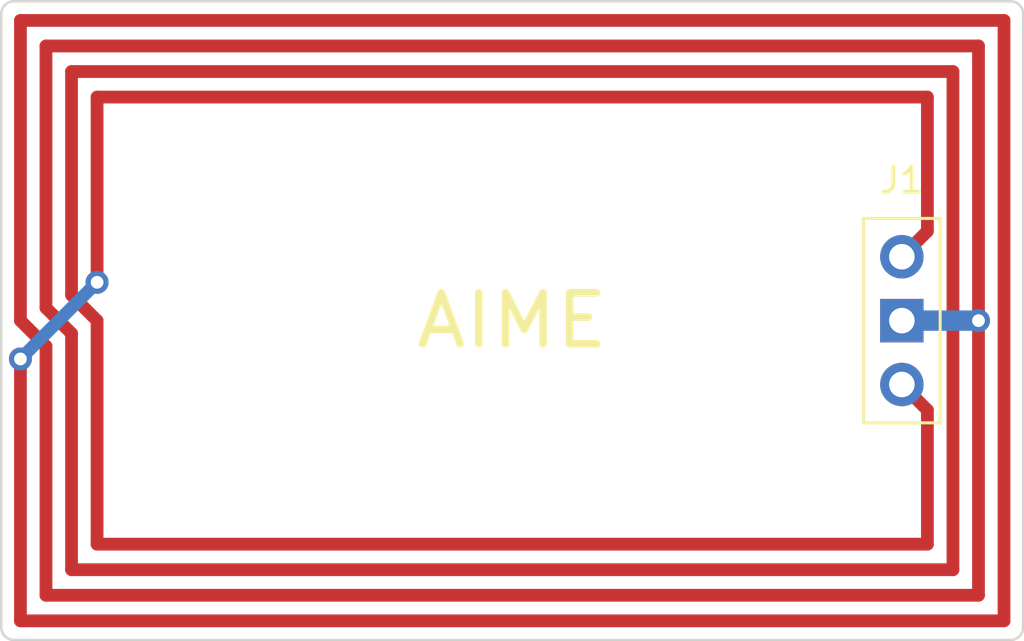
<source format=kicad_pcb>
(kicad_pcb (version 20211014) (generator pcbnew)
  (layers (0 "F.Cu" signal) (31 "B.Cu" signal) (34 "B.Paste" user) (35 "F.Paste" user) (36 "B.SilkS" user "B.Silkscreen") (37 "F.SilkS" user "F.Silkscreen") (38 "B.Mask" user) (39 "F.Mask" user) (44 "Edge.Cuts" user))
  (net 0 "")
  (net 1 "Net-(J1-Pad1)")
  (footprint "pn532_ant:3PINS" (layer "F.Cu") (at 155.25 87.5)
    (fp_text reference "J1" (at 0 -5.5 unlocked) (layer "F.SilkS"))
    (fp_text value "Conn_01x03_Female" hide)
    (fp_rect (start -1.5 -4) (end 1.5 4) (layer "F.SilkS") (width 0.12) (fill none))
    (pad "1" thru_hole oval (at 0 -2.5) (size 1.7 1.7) (drill 1) (layers *.Cu *.Mask) (net 1 "Net-(J1-Pad1)"))
    (pad "2" thru_hole rect (at 0 0) (size 1.7 1.7) (drill 1) (layers *.Cu *.Mask) (net 1 "Net-(J1-Pad1)"))
    (pad "3" thru_hole oval (at 0 2.5) (size 1.7 1.7) (drill 1) (layers *.Cu *.Mask) (net 1 "Net-(J1-Pad1)"))
  )
  (gr_arc (start 120.5 100) (mid 120.146447 99.853553) (end 120 99.5) (layer "Edge.Cuts") (width 0.1))
  (gr_arc (start 159.5 75) (mid 159.853553 75.146447) (end 160 75.5) (layer "Edge.Cuts") (width 0.1))
  (gr_line (start 120.5 75) (end 159.5 75) (layer "Edge.Cuts") (width 0.1))
  (gr_line (start 159.5 100) (end 120.5 100) (layer "Edge.Cuts") (width 0.1))
  (gr_line (start 120 99.5) (end 120 75.5) (layer "Edge.Cuts") (width 0.1))
  (gr_arc (start 120 75.5) (mid 120.146447 75.146447) (end 120.5 75) (layer "Edge.Cuts") (width 0.1))
  (gr_arc (start 160 99.5) (mid 159.853553 99.853553) (end 159.5 100) (layer "Edge.Cuts") (width 0.1))
  (gr_line (start 160 75.5) (end 160 99.5) (layer "Edge.Cuts") (width 0.1))
  (gr_text "AIME" (at 140 87.5) (layer "F.SilkS") (effects (font (size 2 2.2) (thickness 0.3))))
  (segment (start 120.75 87.5) (end 120.75 75.75) (width 0.5) (layer "F.Cu") (net 1))
  (segment (start 122.75 77.75) (end 157.25 77.75) (width 0.5) (layer "F.Cu") (net 1))
  (segment (start 120.75 75.75) (end 159.25 75.75) (width 0.5) (layer "F.Cu") (net 1))
  (segment (start 121.75 88.5) (end 120.75 87.5) (width 0.5) (layer "F.Cu") (net 1))
  (segment (start 156.25 96.25) (end 123.75 96.25) (width 0.5) (layer "F.Cu") (net 1))
  (segment (start 122.75 86.5) (end 122.75 77.75) (width 0.5) (layer "F.Cu") (net 1))
  (segment (start 122.75 88) (end 121.75 87) (width 0.5) (layer "F.Cu") (net 1))
  (segment (start 121.75 98.25) (end 121.75 88.5) (width 0.5) (layer "F.Cu") (net 1))
  (segment (start 158.25 98.25) (end 121.75 98.25) (width 0.5) (layer "F.Cu") (net 1))
  (segment (start 120.75 99.25) (end 120.75 89) (width 0.5) (layer "F.Cu") (net 1))
  (segment (start 121.75 87) (end 121.75 76.75) (width 0.5) (layer "F.Cu") (net 1))
  (segment (start 122.75 97.25) (end 122.75 88) (width 0.5) (layer "F.Cu") (net 1))
  (segment (start 157.25 97.25) (end 122.75 97.25) (width 0.5) (layer "F.Cu") (net 1))
  (segment (start 123.75 87.5) (end 122.75 86.5) (width 0.5) (layer "F.Cu") (net 1))
  (segment (start 156.25 91) (end 156.25 96.25) (width 0.5) (layer "F.Cu") (net 1))
  (segment (start 158.25 76.75) (end 158.25 98.25) (width 0.5) (layer "F.Cu") (net 1))
  (segment (start 159.25 75.75) (end 159.25 99.25) (width 0.5) (layer "F.Cu") (net 1))
  (segment (start 157.25 77.75) (end 157.25 97.25) (width 0.5) (layer "F.Cu") (net 1))
  (segment (start 123.75 78.75) (end 123.75 86) (width 0.5) (layer "F.Cu") (net 1))
  (segment (start 123.75 96.25) (end 123.75 87.5) (width 0.5) (layer "F.Cu") (net 1))
  (segment (start 155.25 90) (end 156.25 91) (width 0.5) (layer "F.Cu") (net 1))
  (segment (start 159.25 99.25) (end 120.75 99.25) (width 0.5) (layer "F.Cu") (net 1))
  (segment (start 156.25 78.75) (end 123.75 78.75) (width 0.5) (layer "F.Cu") (net 1))
  (segment (start 155.25 85) (end 156.25 84) (width 0.5) (layer "F.Cu") (net 1))
  (segment (start 121.75 76.75) (end 158.25 76.75) (width 0.5) (layer "F.Cu") (net 1))
  (segment (start 156.25 84) (end 156.25 78.75) (width 0.5) (layer "F.Cu") (net 1))
  (via (at 120.75 89) (size 0.9) (drill 0.5) (layers "F.Cu" "B.Cu") (net 1))
  (via (at 158.25 87.5) (size 0.9) (drill 0.5) (layers "F.Cu" "B.Cu") (net 1))
  (via (at 123.75 86) (size 0.9) (drill 0.5) (layers "F.Cu" "B.Cu") (net 1))
  (segment (start 158.25 87.5) (end 155.25 87.5) (width 0.8) (layer "B.Cu") (net 1))
  (segment (start 120.75 89) (end 123.75 86) (width 0.5) (layer "B.Cu") (net 1))
)
</source>
